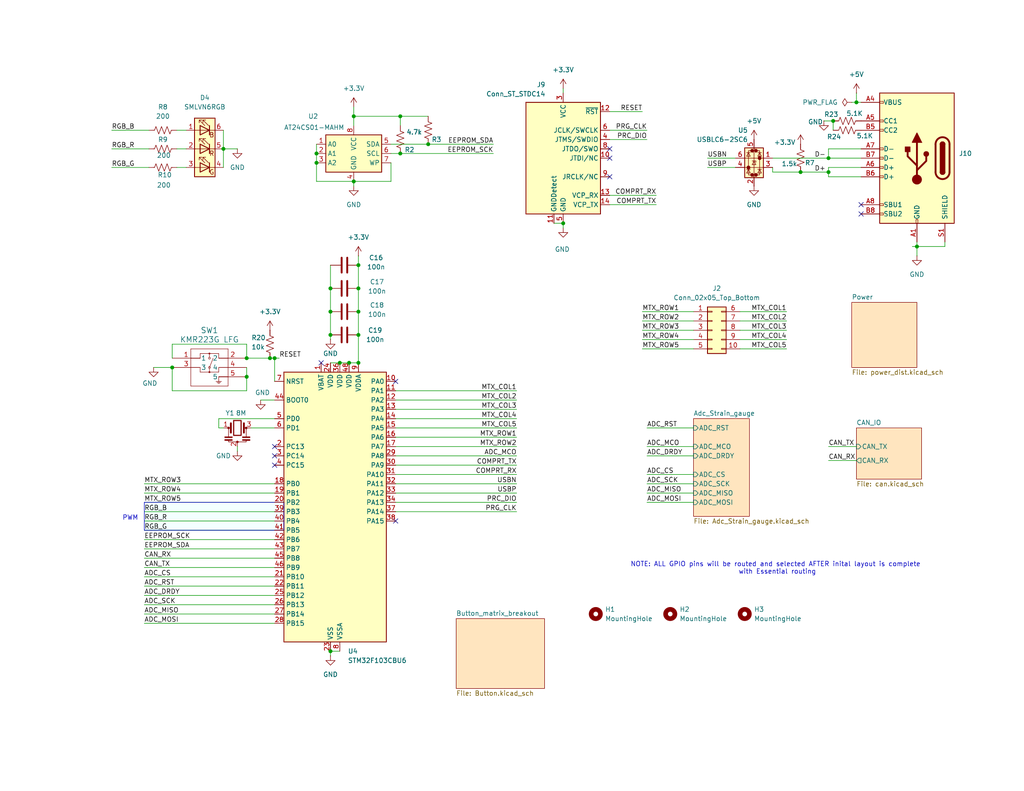
<source format=kicad_sch>
(kicad_sch (version 20250114) (generator "eeschema") (generator_version "9.0")
  (paper "USLetter")
  (title_block (title "Master ") (date "2025-08-20") (rev "Rev5") (company "University of Toronto Human Powered Vehicles"))
  (lib_symbols
    (symbol "Connector:Conn_ST_STDC14"
      (property "Reference" "J" (at -8.89 16.51 0))
      (property "Value" "Conn_ST_STDC14" (at 17.78 16.51 0))
      (symbol "Conn_ST_STDC14_0_1"
        (rectangle (start -10.16 15.24) (end 10.16 -15.24) (stroke (width 0.254)) (fill (type background)))
      )
      (symbol "Conn_ST_STDC14_1_1"
        (pin no_connect line (at -10.16 5.08 0) (length 2.54) (hide yes) (name "NC") (number "1"))
        (pin no_connect line (at -10.16 2.54 0) (length 2.54) (hide yes) (name "NC") (number "2"))
        (pin passive line (at -2.54 -17.78 90) (length 2.54) (name "GNDDetect") (number "11"))
        (pin power_in line (at 0 17.78 270) (length 2.54) (name "VCC") (number "3"))
        (pin power_in line (at 0 -17.78 90) (length 2.54) (name "GND") (number "5"))
        (pin passive line (at 0 -17.78 90) (length 2.54) (hide yes) (name "GND") (number "7"))
        (pin open_collector line (at 12.7 12.7 180) (length 2.54) (name "~{RST}") (number "12"))
        (pin output line (at 12.7 7.62 180) (length 2.54) (name "JCLK/SWCLK") (number "6"))
        (pin bidirectional line (at 12.7 5.08 180) (length 2.54) (name "JTMS/SWDIO") (number "4"))
        (pin input line (at 12.7 2.54 180) (length 2.54) (name "JTDO/SWO") (number "8"))
        (pin output line (at 12.7 0 180) (length 2.54) (name "JTDI/NC") (number "10"))
        (pin input line (at 12.7 -5.08 180) (length 2.54) (name "JRCLK/NC") (number "9"))
        (pin output line (at 12.7 -10.16 180) (length 2.54) (name "VCP_RX") (number "13"))
        (pin input line (at 12.7 -12.7 180) (length 2.54) (name "VCP_TX") (number "14"))
      )
    )
    (symbol "Connector:USB_C_Receptacle_USB2.0_16P" (pin_names (offset 1.016))
      (property "Reference" "J" (at 0 22.225 0))
      (property "Value" "USB_C_Receptacle_USB2.0_16P" (at 0 19.685 0))
      (symbol "USB_C_Receptacle_USB2.0_16P_0_0"
        (rectangle (start -0.254 -17.78) (end 0.254 -16.764))
        (rectangle (start 10.16 15.494) (end 9.144 14.986))
        (rectangle (start 10.16 10.414) (end 9.144 9.906))
        (rectangle (start 10.16 7.874) (end 9.144 7.366))
        (rectangle (start 10.16 2.794) (end 9.144 2.286))
        (rectangle (start 10.16 0.254) (end 9.144 -0.254))
        (rectangle (start 10.16 -2.286) (end 9.144 -2.794))
        (rectangle (start 10.16 -4.826) (end 9.144 -5.334))
        (rectangle (start 10.16 -12.446) (end 9.144 -12.954))
        (rectangle (start 10.16 -14.986) (end 9.144 -15.494))
      )
      (symbol "USB_C_Receptacle_USB2.0_16P_0_1"
        (rectangle (start -10.16 17.78) (end 10.16 -17.78) (stroke (width 0.254)) (fill (type background)))
        (polyline (pts (xy -8.89 -3.81) (xy -8.89 3.81)) (stroke (width 0.508)))
        (rectangle (start -7.62 -3.81) (end -6.35 3.81) (stroke (width 0.254)) (fill (type outline)))
        (arc (start -7.62 3.81) (mid -6.985 4.4423) (end -6.35 3.81) (stroke (width 0.254)))
        (arc (start -7.62 3.81) (mid -6.985 4.4423) (end -6.35 3.81) (stroke (width 0.254)) (fill (type outline)))
        (arc (start -8.89 3.81) (mid -6.985 5.7067) (end -5.08 3.81) (stroke (width 0.508)))
        (arc (start -5.08 -3.81) (mid -6.985 -5.7067) (end -8.89 -3.81) (stroke (width 0.508)))
        (arc (start -6.35 -3.81) (mid -6.985 -4.4423) (end -7.62 -3.81) (stroke (width 0.254)))
        (arc (start -6.35 -3.81) (mid -6.985 -4.4423) (end -7.62 -3.81) (stroke (width 0.254)) (fill (type outline)))
        (polyline (pts (xy -5.08 3.81) (xy -5.08 -3.81)) (stroke (width 0.508)))
        (circle (center -2.54 1.143) (radius 0.635) (stroke (width 0.254)) (fill (type outline)))
        (polyline (pts (xy -1.27 4.318) (xy 0 6.858) (xy 1.27 4.318) (xy -1.27 4.318)) (stroke (width 0.254)) (fill (type outline)))
        (polyline (pts (xy 0 -2.032) (xy 2.54 0.508) (xy 2.54 1.778)) (stroke (width 0.508)))
        (polyline (pts (xy 0 -3.302) (xy -2.54 -0.762) (xy -2.54 0.508)) (stroke (width 0.508)))
        (polyline (pts (xy 0 -5.842) (xy 0 4.318)) (stroke (width 0.508)))
        (circle (center 0 -5.842) (radius 1.27) (fill (type outline)))
        (rectangle (start 1.905 1.778) (end 3.175 3.048) (stroke (width 0.254)) (fill (type outline)))
      )
      (symbol "USB_C_Receptacle_USB2.0_16P_1_1"
        (pin passive line (at -7.62 -22.86 90) (length 5.08) (name "SHIELD") (number "S1"))
        (pin passive line (at 0 -22.86 90) (length 5.08) (name "GND") (number "A1"))
        (pin passive line (at 0 -22.86 90) (length 5.08) (hide yes) (name "GND") (number "A12"))
        (pin passive line (at 0 -22.86 90) (length 5.08) (hide yes) (name "GND") (number "B1"))
        (pin passive line (at 0 -22.86 90) (length 5.08) (hide yes) (name "GND") (number "B12"))
        (pin passive line (at 15.24 15.24 180) (length 5.08) (name "VBUS") (number "A4"))
        (pin passive line (at 15.24 15.24 180) (length 5.08) (hide yes) (name "VBUS") (number "A9"))
        (pin passive line (at 15.24 15.24 180) (length 5.08) (hide yes) (name "VBUS") (number "B4"))
        (pin passive line (at 15.24 15.24 180) (length 5.08) (hide yes) (name "VBUS") (number "B9"))
        (pin bidirectional line (at 15.24 10.16 180) (length 5.08) (name "CC1") (number "A5"))
        (pin bidirectional line (at 15.24 7.62 180) (length 5.08) (name "CC2") (number "B5"))
        (pin bidirectional line (at 15.24 2.54 180) (length 5.08) (name "D-") (number "A7"))
        (pin bidirectional line (at 15.24 0 180) (length 5.08) (name "D-") (number "B7"))
        (pin bidirectional line (at 15.24 -2.54 180) (length 5.08) (name "D+") (number "A6"))
        (pin bidirectional line (at 15.24 -5.08 180) (length 5.08) (name "D+") (number "B6"))
        (pin bidirectional line (at 15.24 -12.7 180) (length 5.08) (name "SBU1") (number "A8"))
        (pin bidirectional line (at 15.24 -15.24 180) (length 5.08) (name "SBU2") (number "B8"))
      )
    )
    (symbol "Connector_Generic:Conn_02x05_Top_Bottom" (pin_names (offset 1.016) (hide yes))
      (property "Reference" "J" (at 1.27 7.62 0))
      (property "Value" "Conn_02x05_Top_Bottom" (at 1.27 -7.62 0))
      (symbol "Conn_02x05_Top_Bottom_1_1"
        (rectangle (start -1.27 6.35) (end 3.81 -6.35) (stroke (width 0.254)) (fill (type background)))
        (rectangle (start -1.27 5.207) (end 0 4.953) (stroke (width 0.1524)))
        (rectangle (start -1.27 2.667) (end 0 2.413) (stroke (width 0.1524)))
        (rectangle (start -1.27 0.127) (end 0 -0.127) (stroke (width 0.1524)))
        (rectangle (start -1.27 -2.413) (end 0 -2.667) (stroke (width 0.1524)))
        (rectangle (start -1.27 -4.953) (end 0 -5.207) (stroke (width 0.1524)))
        (rectangle (start 3.81 5.207) (end 2.54 4.953) (stroke (width 0.1524)))
        (rectangle (start 3.81 2.667) (end 2.54 2.413) (stroke (width 0.1524)))
        (rectangle (start 3.81 0.127) (end 2.54 -0.127) (stroke (width 0.1524)))
        (rectangle (start 3.81 -2.413) (end 2.54 -2.667) (stroke (width 0.1524)))
        (rectangle (start 3.81 -4.953) (end 2.54 -5.207) (stroke (width 0.1524)))
        (pin passive line (at -5.08 5.08 0) (length 3.81) (name "Pin_1") (number "1"))
        (pin passive line (at -5.08 2.54 0) (length 3.81) (name "Pin_2") (number "2"))
        (pin passive line (at -5.08 0 0) (length 3.81) (name "Pin_3") (number "3"))
        (pin passive line (at -5.08 -2.54 0) (length 3.81) (name "Pin_4") (number "4"))
        (pin passive line (at -5.08 -5.08 0) (length 3.81) (name "Pin_5") (number "5"))
        (pin passive line (at 7.62 5.08 180) (length 3.81) (name "Pin_6") (number "6"))
        (pin passive line (at 7.62 2.54 180) (length 3.81) (name "Pin_7") (number "7"))
        (pin passive line (at 7.62 0 180) (length 3.81) (name "Pin_8") (number "8"))
        (pin passive line (at 7.62 -2.54 180) (length 3.81) (name "Pin_9") (number "9"))
        (pin passive line (at 7.62 -5.08 180) (length 3.81) (name "Pin_10") (number "10"))
      )
    )
    (symbol "Device:C" (pin_numbers (hide yes)) (pin_names (offset 0.254))
      (property "Reference" "C" (at 0.635 2.54 0))
      (property "Value" "C" (at 0.635 -2.54 0))
      (symbol "C_0_1"
        (polyline (pts (xy -2.032 0.762) (xy 2.032 0.762)) (stroke (width 0.508)))
        (polyline (pts (xy -2.032 -0.762) (xy 2.032 -0.762)) (stroke (width 0.508)))
      )
      (symbol "C_1_1"
        (pin passive line (at 0 3.81 270) (length 2.794) (name "~") (number "1"))
        (pin passive line (at 0 -3.81 90) (length 2.794) (name "~") (number "2"))
      )
    )
    (symbol "Device:R_US" (pin_numbers (hide yes)) (pin_names (offset 0))
      (property "Reference" "R" (at 2.54 0 90))
      (property "Value" "R_US" (at -2.54 0 90))
      (symbol "R_US_0_1"
        (polyline (pts (xy 0 2.286) (xy 0 2.54)))
        (polyline (pts (xy 0 2.286) (xy 1.016 1.905) (xy 0 1.524) (xy -1.016 1.143) (xy 0 0.762)))
        (polyline (pts (xy 0 0.762) (xy 1.016 0.381) (xy 0 0) (xy -1.016 -0.381) (xy 0 -0.762)))
        (polyline (pts (xy 0 -0.762) (xy 1.016 -1.143) (xy 0 -1.524) (xy -1.016 -1.905) (xy 0 -2.286)))
        (polyline (pts (xy 0 -2.286) (xy 0 -2.54)))
      )
      (symbol "R_US_1_1"
        (pin passive line (at 0 3.81 270) (length 1.27) (name "~") (number "1"))
        (pin passive line (at 0 -3.81 90) (length 1.27) (name "~") (number "2"))
      )
    )
    (symbol "Device:Resonator" (pin_names (offset 1.016) (hide yes))
      (property "Reference" "Y" (at 0 5.715 0))
      (property "Value" "Resonator" (at 0 3.81 0))
      (symbol "Resonator_0_1"
        (rectangle (start -3.429 -2.413) (end -1.397 -2.667) (fill (type outline)))
        (rectangle (start -3.429 -3.175) (end -1.397 -3.429) (fill (type outline)))
        (circle (center -2.413 0) (radius 0.254) (fill (type outline)))
        (polyline (pts (xy -2.413 -2.413) (xy -2.413 0)))
        (polyline (pts (xy -1.905 0) (xy -3.175 0)))
        (polyline (pts (xy -1.778 -1.27) (xy -1.778 1.27)) (stroke (width 0.508)))
        (rectangle (start -1.016 2.032) (end 1.016 -2.032) (stroke (width 0.3048)))
        (circle (center 0 -3.81) (radius 0.254) (fill (type outline)))
        (rectangle (start 1.397 -2.413) (end 3.429 -2.667) (fill (type outline)))
        (rectangle (start 1.397 -3.175) (end 3.429 -3.429) (fill (type outline)))
        (polyline (pts (xy 1.778 -1.27) (xy 1.778 1.27)) (stroke (width 0.508)))
        (polyline (pts (xy 1.905 0) (xy 2.54 0)))
        (polyline (pts (xy 2.413 0) (xy 2.413 -2.54)))
        (circle (center 2.413 0) (radius 0.254) (fill (type outline)))
        (polyline (pts (xy 2.413 -3.302) (xy 2.413 -3.81) (xy -2.413 -3.81) (xy -2.413 -3.302)))
      )
      (symbol "Resonator_1_1"
        (pin passive line (at -3.81 0 0) (length 1.27) (name "1") (number "1"))
        (pin passive line (at 0 -5.08 90) (length 1.27) (name "2") (number "2"))
        (pin passive line (at 3.81 0 180) (length 1.27) (name "3") (number "3"))
      )
    )
    (symbol "LED:SMLVN6RGB" (pin_names (offset 0) (hide yes))
      (property "Reference" "D" (at 0 12.7 0))
      (property "Value" "SMLVN6RGB" (at 0 10.16 0))
      (symbol "SMLVN6RGB_0_0"
        (text "B" (at 1.905 3.81 0) (effects (font (size 1.27 1.27))))
        (text "R" (at 1.905 -1.27 0) (effects (font (size 1.27 1.27))))
        (text "G" (at 1.905 -6.35 0) (effects (font (size 1.27 1.27))))
      )
      (symbol "SMLVN6RGB_0_1"
        (rectangle (start -2.794 8.382) (end 2.794 -7.62) (stroke (width 0.254)) (fill (type background)))
        (rectangle (start -1.27 6.35) (end -1.27 6.35))
        (polyline (pts (xy -1.27 6.35) (xy -1.27 3.81) (xy 1.27 5.08) (xy -1.27 6.35)) (stroke (width 0.254)))
        (polyline (pts (xy -1.27 5.08) (xy -2.54 5.08)))
        (rectangle (start -1.27 3.81) (end -1.27 6.35))
        (rectangle (start -1.27 1.27) (end -1.27 1.27))
        (polyline (pts (xy -1.27 1.27) (xy -1.27 -1.27) (xy 1.27 0) (xy -1.27 1.27)) (stroke (width 0.254)))
        (polyline (pts (xy -1.27 0) (xy -2.54 0)))
        (polyline (pts (xy -1.27 0) (xy 1.27 0)))
        (rectangle (start -1.27 -1.27) (end -1.27 1.27))
        (polyline (pts (xy -1.27 -3.81) (xy -1.27 -6.35) (xy 1.27 -5.08) (xy -1.27 -3.81)) (stroke (width 0.254)))
        (polyline (pts (xy -1.27 -5.08) (xy -2.54 -5.08)))
        (polyline (pts (xy 0 6.35) (xy -1.524 7.874) (xy -0.762 7.874) (xy -1.524 7.874) (xy -1.524 7.112)))
        (polyline (pts (xy 0 1.27) (xy -1.524 2.794) (xy -0.762 2.794) (xy -1.524 2.794) (xy -1.524 2.032)))
        (polyline (pts (xy 0 -3.81) (xy -1.524 -2.286) (xy -0.762 -2.286) (xy -1.524 -2.286) (xy -1.524 -3.048)))
        (polyline (pts (xy 1.016 6.35) (xy -0.508 7.874) (xy 0.254 7.874) (xy -0.508 7.874) (xy -0.508 7.112)))
        (polyline (pts (xy 1.016 1.27) (xy -0.508 2.794) (xy 0.254 2.794) (xy -0.508 2.794) (xy -0.508 2.032)))
        (polyline (pts (xy 1.016 -3.81) (xy -0.508 -2.286) (xy 0.254 -2.286) (xy -0.508 -2.286) (xy -0.508 -3.048)))
        (polyline (pts (xy 1.27 6.35) (xy 1.27 3.81)) (stroke (width 0.254)))
        (polyline (pts (xy 1.27 6.35) (xy 1.27 3.81) (xy 1.27 3.81)))
        (polyline (pts (xy 1.27 5.08) (xy -1.27 5.08)))
        (polyline (pts (xy 1.27 5.08) (xy 2.54 5.08)))
        (polyline (pts (xy 1.27 1.27) (xy 1.27 -1.27)) (stroke (width 0.254)))
        (polyline (pts (xy 1.27 1.27) (xy 1.27 -1.27) (xy 1.27 -1.27)))
        (polyline (pts (xy 1.27 0) (xy 2.54 0)))
        (polyline (pts (xy 1.27 -3.81) (xy 1.27 -6.35)) (stroke (width 0.254)))
        (polyline (pts (xy 1.27 -5.08) (xy -1.27 -5.08)))
        (polyline (pts (xy 1.27 -5.08) (xy 2.54 -5.08)))
      )
      (symbol "SMLVN6RGB_1_1"
        (pin passive line (at -5.08 5.08 0) (length 2.54) (name "BA") (number "1"))
        (pin passive line (at -5.08 0 0) (length 2.54) (name "RA") (number "2"))
        (pin passive line (at -5.08 -5.08 0) (length 2.54) (name "GA") (number "3"))
        (pin passive line (at 5.08 5.08 180) (length 2.54) (name "BK") (number "6"))
        (pin passive line (at 5.08 0 180) (length 2.54) (name "RK") (number "5"))
        (pin passive line (at 5.08 -5.08 180) (length 2.54) (name "GK") (number "4"))
      )
    )
    (symbol "MCU_ST_STM32F1:STM32F103CBUx"
      (property "Reference" "U" (at -12.7 39.37 0))
      (property "Value" "STM32F103CBUx" (at 10.16 39.37 0))
      (symbol "STM32F103CBUx_0_1"
        (rectangle (start -12.7 -35.56) (end 15.24 38.1) (stroke (width 0.254)) (fill (type background)))
      )
      (symbol "STM32F103CBUx_1_1"
        (pin input line (at -15.24 35.56 0) (length 2.54) (name "NRST") (number "7"))
        (pin input line (at -15.24 30.48 0) (length 2.54) (name "BOOT0") (number "44"))
        (pin bidirectional line (at -15.24 25.4 0) (length 2.54) (name "PD0") (number "5"))
        (pin bidirectional line (at -15.24 22.86 0) (length 2.54) (name "PD1") (number "6"))
        (pin bidirectional line (at -15.24 17.78 0) (length 2.54) (name "PC13") (number "2"))
        (pin bidirectional line (at -15.24 15.24 0) (length 2.54) (name "PC14") (number "3"))
        (pin bidirectional line (at -15.24 12.7 0) (length 2.54) (name "PC15") (number "4"))
        (pin bidirectional line (at -15.24 7.62 0) (length 2.54) (name "PB0") (number "18"))
        (pin bidirectional line (at -15.24 5.08 0) (length 2.54) (name "PB1") (number "19"))
        (pin bidirectional line (at -15.24 2.54 0) (length 2.54) (name "PB2") (number "20"))
        (pin bidirectional line (at -15.24 0 0) (length 2.54) (name "PB3") (number "39"))
        (pin bidirectional line (at -15.24 -2.54 0) (length 2.54) (name "PB4") (number "40"))
        (pin bidirectional line (at -15.24 -5.08 0) (length 2.54) (name "PB5") (number "41"))
        (pin bidirectional line (at -15.24 -7.62 0) (length 2.54) (name "PB6") (number "42"))
        (pin bidirectional line (at -15.24 -10.16 0) (length 2.54) (name "PB7") (number "43"))
        (pin bidirectional line (at -15.24 -12.7 0) (length 2.54) (name "PB8") (number "45"))
        (pin bidirectional line (at -15.24 -15.24 0) (length 2.54) (name "PB9") (number "46"))
        (pin bidirectional line (at -15.24 -17.78 0) (length 2.54) (name "PB10") (number "21"))
        (pin bidirectional line (at -15.24 -20.32 0) (length 2.54) (name "PB11") (number "22"))
        (pin bidirectional line (at -15.24 -22.86 0) (length 2.54) (name "PB12") (number "25"))
        (pin bidirectional line (at -15.24 -25.4 0) (length 2.54) (name "PB13") (number "26"))
        (pin bidirectional line (at -15.24 -27.94 0) (length 2.54) (name "PB14") (number "27"))
        (pin bidirectional line (at -15.24 -30.48 0) (length 2.54) (name "PB15") (number "28"))
        (pin power_in line (at -2.54 40.64 270) (length 2.54) (name "VBAT") (number "1"))
        (pin power_in line (at 0 40.64 270) (length 2.54) (name "VDD") (number "24"))
        (pin power_in line (at 0 -38.1 90) (length 2.54) (name "VSS") (number "23"))
        (pin passive line (at 0 -38.1 90) (length 2.54) (hide yes) (name "VSS") (number "35"))
        (pin passive line (at 0 -38.1 90) (length 2.54) (hide yes) (name "VSS") (number "47"))
        (pin passive line (at 0 -38.1 90) (length 2.54) (hide yes) (name "VSS") (number "49"))
        (pin power_in line (at 2.54 40.64 270) (length 2.54) (name "VDD") (number "36"))
        (pin power_in line (at 2.54 -38.1 90) (length 2.54) (name "VSSA") (number "8"))
        (pin power_in line (at 5.08 40.64 270) (length 2.54) (name "VDD") (number "48"))
        (pin power_in line (at 7.62 40.64 270) (length 2.54) (name "VDDA") (number "9"))
        (pin bidirectional line (at 17.78 35.56 180) (length 2.54) (name "PA0") (number "10"))
        (pin bidirectional line (at 17.78 33.02 180) (length 2.54) (name "PA1") (number "11"))
        (pin bidirectional line (at 17.78 30.48 180) (length 2.54) (name "PA2") (number "12"))
        (pin bidirectional line (at 17.78 27.94 180) (length 2.54) (name "PA3") (number "13"))
        (pin bidirectional line (at 17.78 25.4 180) (length 2.54) (name "PA4") (number "14"))
        (pin bidirectional line (at 17.78 22.86 180) (length 2.54) (name "PA5") (number "15"))
        (pin bidirectional line (at 17.78 20.32 180) (length 2.54) (name "PA6") (number "16"))
        (pin bidirectional line (at 17.78 17.78 180) (length 2.54) (name "PA7") (number "17"))
        (pin bidirectional line (at 17.78 15.24 180) (length 2.54) (name "PA8") (number "29"))
        (pin bidirectional line (at 17.78 12.7 180) (length 2.54) (name "PA9") (number "30"))
        (pin bidirectional line (at 17.78 10.16 180) (length 2.54) (name "PA10") (number "31"))
        (pin bidirectional line (at 17.78 7.62 180) (length 2.54) (name "PA11") (number "32"))
        (pin bidirectional line (at 17.78 5.08 180) (length 2.54) (name "PA12") (number "33"))
        (pin bidirectional line (at 17.78 2.54 180) (length 2.54) (name "PA13") (number "34"))
        (pin bidirectional line (at 17.78 0 180) (length 2.54) (name "PA14") (number "37"))
        (pin bidirectional line (at 17.78 -2.54 180) (length 2.54) (name "PA15") (number "38"))
      )
    )
    (symbol "Mechanical:MountingHole" (pin_names (offset 1.016)) (in_bom no)
      (property "Reference" "H" (at 0 5.08 0))
      (property "Value" "MountingHole" (at 0 3.175 0))
      (symbol "MountingHole_0_1"
        (circle (center 0 0) (radius 1.27) (stroke (width 1.27)))
      )
    )
    (symbol "Memory_EEPROM:AT24CS01-MAHM"
      (property "Reference" "U" (at -7.62 6.35 0))
      (property "Value" "AT24CS01-MAHM" (at 2.54 -6.35 0))
      (symbol "AT24CS01-MAHM_1_1"
        (rectangle (start -7.62 5.08) (end 7.62 -5.08) (stroke (width 0.254)) (fill (type background)))
        (pin input line (at -10.16 2.54 0) (length 2.54) (name "A0") (number "1"))
        (pin input line (at -10.16 0 0) (length 2.54) (name "A1") (number "2"))
        (pin input line (at -10.16 -2.54 0) (length 2.54) (name "A2") (number "3"))
        (pin power_in line (at 0 7.62 270) (length 2.54) (name "VCC") (number "8"))
        (pin power_in line (at 0 -7.62 90) (length 2.54) (name "GND") (number "4"))
        (pin passive line (at 0 -7.62 90) (length 2.54) (hide yes) (name "GND") (number "9"))
        (pin bidirectional line (at 10.16 2.54 180) (length 2.54) (name "SDA") (number "5"))
        (pin input line (at 10.16 0 180) (length 2.54) (name "SCL") (number "6"))
        (pin input line (at 10.16 -2.54 180) (length 2.54) (name "WP") (number "7"))
      )
    )
    (symbol "Power_Protection:USBLC6-2SC6" (pin_names (hide yes))
      (property "Reference" "U" (at 0.635 5.715 0))
      (property "Value" "USBLC6-2SC6" (at 0.635 3.81 0))
      (symbol "USBLC6-2SC6_0_0"
        (circle (center -1.524 0) (radius 0.0001) (stroke (width 0.508)))
        (circle (center -0.508 2.032) (radius 0.0001) (stroke (width 0.508)))
        (circle (center -0.508 -4.572) (radius 0.0001) (stroke (width 0.508)))
        (circle (center 0.508 2.032) (radius 0.0001) (stroke (width 0.508)))
        (circle (center 0.508 -4.572) (radius 0.0001) (stroke (width 0.508)))
        (circle (center 1.524 -2.54) (radius 0.0001) (stroke (width 0.508)))
      )
      (symbol "USBLC6-2SC6_0_1"
        (polyline (pts (xy -2.54 0) (xy 2.54 0)))
        (polyline (pts (xy -2.54 -2.54) (xy 2.54 -2.54)))
        (polyline (pts (xy -2.032 0.508) (xy -1.016 0.508) (xy -1.524 1.524) (xy -2.032 0.508)))
        (polyline (pts (xy -2.032 -3.048) (xy -1.016 -3.048)))
        (polyline (pts (xy -1.016 1.524) (xy -2.032 1.524)))
        (polyline (pts (xy -1.016 -4.064) (xy -2.032 -4.064) (xy -1.524 -3.048) (xy -1.016 -4.064)))
        (polyline (pts (xy -0.508 -1.143) (xy -0.508 -0.762) (xy 0.508 -0.762)))
        (polyline (pts (xy 0 2.54) (xy -0.508 2.032) (xy 0.508 2.032) (xy 0 1.524) (xy 0 -4.064) (xy -0.508 -4.572) (xy 0.508 -4.572) (xy 0 -5.08)))
        (polyline (pts (xy 0.508 -1.778) (xy -0.508 -1.778) (xy 0 -0.762) (xy 0.508 -1.778)))
        (polyline (pts (xy 1.016 1.524) (xy 2.032 1.524)))
        (polyline (pts (xy 1.016 -3.048) (xy 2.032 -3.048)))
        (polyline (pts (xy 2.032 0.508) (xy 1.016 0.508) (xy 1.524 1.524) (xy 2.032 0.508)))
        (polyline (pts (xy 2.032 -4.064) (xy 1.016 -4.064) (xy 1.524 -3.048) (xy 2.032 -4.064)))
      )
      (symbol "USBLC6-2SC6_1_1"
        (rectangle (start -2.54 2.794) (end 2.54 -5.334) (stroke (width 0.254)) (fill (type background)))
        (polyline (pts (xy -0.508 2.032) (xy -1.524 2.032) (xy -1.524 -4.572) (xy -0.508 -4.572)))
        (polyline (pts (xy 0.508 -4.572) (xy 1.524 -4.572) (xy 1.524 2.032) (xy 0.508 2.032)))
        (pin passive line (at -5.08 0 0) (length 2.54) (name "I/O1") (number "1"))
        (pin passive line (at -5.08 -2.54 0) (length 2.54) (name "I/O2") (number "3"))
        (pin passive line (at 0 5.08 270) (length 2.54) (name "VBUS") (number "5"))
        (pin passive line (at 0 -7.62 90) (length 2.54) (name "GND") (number "2"))
        (pin passive line (at 5.08 0 180) (length 2.54) (name "I/O1") (number "6"))
        (pin passive line (at 5.08 -2.54 180) (length 2.54) (name "I/O2") (number "4"))
      )
    )
    (symbol "flight_stick:KMR223G_LFG" (pin_names (offset 0.254))
      (property "Reference" "SW" (at 12.7 7.62 0))
      (property "Value" "KMR223G LFG" (at 12.7 5.08 0))
      (symbol "KMR223G_LFG_0_1"
        (polyline (pts (xy 7.62 2.54) (xy 7.62 -7.62)) (stroke (width 0.127)))
        (polyline (pts (xy 7.62 0) (xy 10.16 0)) (stroke (width 0.127)))
        (polyline (pts (xy 7.62 -7.62) (xy 17.78 -7.62)) (stroke (width 0.127)))
        (polyline (pts (xy 10.16 1.27) (xy 15.24 1.27)) (stroke (width 0.127)))
        (polyline (pts (xy 10.16 0) (xy 10.16 1.27)) (stroke (width 0.127)))
        (polyline (pts (xy 10.16 -2.54) (xy 7.62 -2.54)) (stroke (width 0.127)))
        (polyline (pts (xy 10.16 -3.81) (xy 10.16 -2.54)) (stroke (width 0.127)))
        (polyline (pts (xy 12.7 1.27) (xy 12.7 0.254)) (stroke (width 0.127)))
        (circle (center 12.7 1.27) (radius 0.127) (stroke (width 0.254)))
        (circle (center 12.7 0) (radius 0.254) (stroke (width 0.127)))
        (circle (center 12.7 -2.54) (radius 0.254) (stroke (width 0.127)))
        (polyline (pts (xy 12.7 -2.794) (xy 12.7 -3.81)) (stroke (width 0.127)))
        (circle (center 12.7 -3.81) (radius 0.127) (stroke (width 0.254)))
        (polyline (pts (xy 13.716 0) (xy 12.7 -2.54)) (stroke (width 0.127)))
        (polyline (pts (xy 14.478 -6.35) (xy 16.002 -6.35)) (stroke (width 0.127)))
        (polyline (pts (xy 14.986 -6.858) (xy 15.494 -6.858)) (stroke (width 0.127)))
        (polyline (pts (xy 15.24 1.27) (xy 15.24 0)) (stroke (width 0.127)))
        (polyline (pts (xy 15.24 0) (xy 17.78 0)) (stroke (width 0.127)))
        (polyline (pts (xy 15.24 -2.54) (xy 15.24 -3.81)) (stroke (width 0.127)))
        (polyline (pts (xy 15.24 -3.81) (xy 10.16 -3.81)) (stroke (width 0.127)))
        (polyline (pts (xy 15.24 -5.08) (xy 15.24 -6.35)) (stroke (width 0.127)))
        (polyline (pts (xy 15.748 -6.604) (xy 14.732 -6.604)) (stroke (width 0.127)))
        (polyline (pts (xy 17.78 2.54) (xy 7.62 2.54)) (stroke (width 0.127)))
        (polyline (pts (xy 17.78 -2.54) (xy 15.24 -2.54)) (stroke (width 0.127)))
        (polyline (pts (xy 17.78 -5.08) (xy 15.24 -5.08)) (stroke (width 0.127)))
        (polyline (pts (xy 17.78 -7.62) (xy 17.78 2.54)) (stroke (width 0.127)))
        (pin unspecified line (at 2.54 0 0) (length 7.62) (name "1") (number "1"))
        (pin unspecified line (at 2.54 -2.54 0) (length 7.62) (name "3") (number "3"))
        (pin unspecified line (at 22.86 0 180) (length 7.62) (name "2") (number "2"))
        (pin unspecified line (at 22.86 -2.54 180) (length 7.62) (name "4") (number "4"))
        (pin unspecified line (at 22.86 -5.08 180) (length 7.62) (name "5") (number "5"))
      )
    )
    (symbol "power:+3.3V" (power) (pin_numbers (hide yes)) (pin_names (offset 0) (hide yes))
      (property "Value" "+3.3V" (at 0 3.556 0))
      (symbol "+3.3V_0_1"
        (polyline (pts (xy -0.762 1.27) (xy 0 2.54)))
        (polyline (pts (xy 0 2.54) (xy 0.762 1.27)))
        (polyline (pts (xy 0 0) (xy 0 2.54)))
      )
      (symbol "+3.3V_1_1"
        (pin power_in line (at 0 0 90) (length 0) (name "~") (number "1"))
      )
    )
    (symbol "power:+5V" (power) (pin_numbers (hide yes)) (pin_names (offset 0) (hide yes))
      (property "Value" "+5V" (at 0 3.556 0))
      (symbol "+5V_0_1"
        (polyline (pts (xy -0.762 1.27) (xy 0 2.54)))
        (polyline (pts (xy 0 2.54) (xy 0.762 1.27)))
        (polyline (pts (xy 0 0) (xy 0 2.54)))
      )
      (symbol "+5V_1_1"
        (pin power_in line (at 0 0 90) (length 0) (name "~") (number "1"))
      )
    )
    (symbol "power:GND" (power) (pin_numbers (hide yes)) (pin_names (offset 0) (hide yes))
      (property "Value" "GND" (at 0 -3.81 0))
      (symbol "GND_0_1"
        (polyline (pts (xy 0 0) (xy 0 -1.27) (xy 1.27 -1.27) (xy 0 -2.54) (xy -1.27 -1.27) (xy 0 -1.27)))
      )
      (symbol "GND_1_1"
        (pin power_in line (at 0 0 270) (length 0) (name "~") (number "1"))
      )
    )
    (symbol "power:PWR_FLAG" (power) (pin_numbers (hide yes)) (pin_names (offset 0) (hide yes))
      (property "Value" "PWR_FLAG" (at 0 3.81 0))
      (symbol "PWR_FLAG_0_0"
        (pin power_out line (at 0 0 90) (length 0) (name "~") (number "1"))
      )
      (symbol "PWR_FLAG_0_1"
        (polyline (pts (xy 0 0) (xy 0 1.27) (xy -1.016 1.905) (xy 0 2.54) (xy 1.016 1.905) (xy 0 1.27)))
      )
    )
  )
  (rectangle (start 39.37 137.16) (end 77.47 144.78) (fill (type color) (color 175 251 255 0.16)))
  (text "NOTE: ALL GPIO pins will be routed and selected AFTER inital layout is complete \nwith Essential routing" (at 212.09 155.194 0) (effects (font (size 1.27 1.27))))
  (text "PWM" (at 35.56 141.478 0) (effects (font (size 1.27 1.27))))
  (junction (at 46.99 100.33))
  (junction (at 60.96 40.64))
  (junction (at 227.33 33.02))
  (junction (at 97.79 78.74))
  (junction (at 90.17 85.09))
  (junction (at 92.71 99.06))
  (junction (at 67.31 97.79))
  (junction (at 97.79 99.06))
  (junction (at 90.17 78.74))
  (junction (at 153.67 60.96))
  (junction (at 109.22 41.91))
  (junction (at 218.44 46.99))
  (junction (at 67.31 102.87))
  (junction (at 226.06 46.99))
  (junction (at 86.36 41.91))
  (junction (at 226.06 43.18))
  (junction (at 96.52 49.53))
  (junction (at 109.22 31.75))
  (junction (at 233.68 27.94))
  (junction (at 97.79 72.39))
  (junction (at 74.93 97.79))
  (junction (at 73.66 97.79))
  (junction (at 116.84 39.37))
  (junction (at 96.52 31.75))
  (junction (at 97.79 91.44))
  (junction (at 90.17 177.8))
  (junction (at 95.25 99.06))
  (junction (at 97.79 85.09))
  (junction (at 90.17 91.44))
  (junction (at 86.36 44.45))
  (junction (at 250.19 67.31))
  (no_connect (at 166.37 48.26))
  (no_connect (at 74.93 121.92))
  (no_connect (at 166.37 40.64))
  (no_connect (at 87.63 99.06))
  (no_connect (at 74.93 124.46))
  (no_connect (at 107.95 142.24))
  (no_connect (at 166.37 43.18))
  (no_connect (at 107.95 104.14))
  (no_connect (at 74.93 127))
  (no_connect (at 234.95 58.42))
  (no_connect (at 234.95 55.88))
  (wire (pts (xy 176.53 116.84) (xy 189.23 116.84)))
  (wire (pts (xy 74.93 97.79) (xy 74.93 104.14)))
  (wire (pts (xy 176.53 35.56) (xy 166.37 35.56)))
  (wire (pts (xy 46.99 93.98) (xy 67.31 93.98)))
  (wire (pts (xy 97.79 85.09) (xy 97.79 91.44)))
  (wire (pts (xy 96.52 31.75) (xy 96.52 34.29)))
  (wire (pts (xy 224.79 33.02) (xy 227.33 33.02)))
  (wire (pts (xy 46.99 97.79) (xy 46.99 93.98)))
  (wire (pts (xy 193.04 43.18) (xy 200.66 43.18)))
  (wire (pts (xy 250.19 66.04) (xy 250.19 67.31)))
  (wire (pts (xy 175.26 92.71) (xy 189.23 92.71)))
  (wire (pts (xy 39.37 144.78) (xy 74.93 144.78)))
  (wire (pts (xy 234.95 43.18) (xy 226.06 43.18)))
  (wire (pts (xy 39.37 152.4) (xy 74.93 152.4)))
  (wire (pts (xy 39.37 157.48) (xy 74.93 157.48)))
  (wire (pts (xy 39.37 147.32) (xy 74.93 147.32)))
  (wire (pts (xy 67.31 102.87) (xy 67.31 106.68)))
  (wire (pts (xy 86.36 39.37) (xy 86.36 41.91)))
  (wire (pts (xy 48.26 40.64) (xy 50.8 40.64)))
  (wire (pts (xy 95.25 99.06) (xy 97.79 99.06)))
  (wire (pts (xy 226.06 121.92) (xy 233.68 121.92)))
  (wire (pts (xy 257.81 66.04) (xy 257.81 67.31)))
  (wire (pts (xy 176.53 121.92) (xy 189.23 121.92)))
  (wire (pts (xy 250.19 69.85) (xy 250.19 67.31)))
  (wire (pts (xy 107.95 106.68) (xy 140.97 106.68)))
  (wire (pts (xy 153.67 60.96) (xy 153.67 62.23)))
  (wire (pts (xy 179.07 55.88) (xy 166.37 55.88)))
  (wire (pts (xy 176.53 38.1) (xy 166.37 38.1)))
  (wire (pts (xy 96.52 31.75) (xy 109.22 31.75)))
  (wire (pts (xy 41.91 100.33) (xy 46.99 100.33)))
  (wire (pts (xy 73.66 97.79) (xy 74.93 97.79)))
  (wire (pts (xy 39.37 167.64) (xy 74.93 167.64)))
  (wire (pts (xy 233.68 27.94) (xy 233.68 25.4)))
  (wire (pts (xy 210.82 43.18) (xy 226.06 43.18)))
  (wire (pts (xy 233.68 27.94) (xy 234.95 27.94)))
  (wire (pts (xy 60.96 40.64) (xy 64.77 40.64)))
  (wire (pts (xy 67.31 100.33) (xy 67.31 102.87)))
  (wire (pts (xy 257.81 67.31) (xy 250.19 67.31)))
  (wire (pts (xy 193.04 45.72) (xy 200.66 45.72)))
  (wire (pts (xy 214.63 90.17) (xy 201.93 90.17)))
  (wire (pts (xy 74.93 97.79) (xy 76.2 97.79)))
  (wire (pts (xy 210.82 46.99) (xy 218.44 46.99)))
  (wire (pts (xy 39.37 154.94) (xy 74.93 154.94)))
  (wire (pts (xy 176.53 132.08) (xy 189.23 132.08)))
  (wire (pts (xy 39.37 149.86) (xy 74.93 149.86)))
  (wire (pts (xy 71.12 109.22) (xy 74.93 109.22)))
  (wire (pts (xy 39.37 162.56) (xy 74.93 162.56)))
  (wire (pts (xy 106.68 39.37) (xy 116.84 39.37)))
  (wire (pts (xy 226.06 48.26) (xy 234.95 48.26)))
  (wire (pts (xy 107.95 134.62) (xy 140.97 134.62)))
  (wire (pts (xy 92.71 99.06) (xy 95.25 99.06)))
  (wire (pts (xy 86.36 41.91) (xy 86.36 44.45)))
  (wire (pts (xy 176.53 134.62) (xy 189.23 134.62)))
  (wire (pts (xy 214.63 92.71) (xy 201.93 92.71)))
  (wire (pts (xy 107.95 132.08) (xy 140.97 132.08)))
  (wire (pts (xy 39.37 142.24) (xy 74.93 142.24)))
  (wire (pts (xy 90.17 85.09) (xy 90.17 91.44)))
  (wire (pts (xy 218.44 46.99) (xy 226.06 46.99)))
  (wire (pts (xy 30.48 45.72) (xy 40.64 45.72)))
  (wire (pts (xy 107.95 139.7) (xy 140.97 139.7)))
  (wire (pts (xy 39.37 139.7) (xy 74.93 139.7)))
  (wire (pts (xy 97.79 91.44) (xy 97.79 99.06)))
  (wire (pts (xy 107.95 111.76) (xy 140.97 111.76)))
  (wire (pts (xy 226.06 45.72) (xy 226.06 46.99)))
  (wire (pts (xy 201.93 95.25) (xy 214.63 95.25)))
  (wire (pts (xy 59.69 114.3) (xy 74.93 114.3)))
  (wire (pts (xy 39.37 165.1) (xy 74.93 165.1)))
  (wire (pts (xy 97.79 69.85) (xy 97.79 72.39)))
  (wire (pts (xy 39.37 132.08) (xy 74.93 132.08)))
  (wire (pts (xy 106.68 44.45) (xy 106.68 49.53)))
  (wire (pts (xy 39.37 137.16) (xy 74.93 137.16)))
  (wire (pts (xy 107.95 114.3) (xy 140.97 114.3)))
  (wire (pts (xy 64.77 123.19) (xy 64.77 121.92)))
  (wire (pts (xy 97.79 72.39) (xy 97.79 78.74)))
  (wire (pts (xy 90.17 99.06) (xy 92.71 99.06)))
  (wire (pts (xy 175.26 95.25) (xy 189.23 95.25)))
  (wire (pts (xy 106.68 41.91) (xy 109.22 41.91)))
  (wire (pts (xy 176.53 124.46) (xy 189.23 124.46)))
  (wire (pts (xy 214.63 87.63) (xy 201.93 87.63)))
  (wire (pts (xy 227.33 33.02) (xy 227.33 35.56)))
  (wire (pts (xy 39.37 160.02) (xy 74.93 160.02)))
  (wire (pts (xy 210.82 45.72) (xy 210.82 46.99)))
  (wire (pts (xy 97.79 78.74) (xy 97.79 85.09)))
  (wire (pts (xy 67.31 97.79) (xy 73.66 97.79)))
  (wire (pts (xy 68.58 116.84) (xy 74.93 116.84)))
  (wire (pts (xy 48.26 45.72) (xy 50.8 45.72)))
  (wire (pts (xy 175.26 85.09) (xy 189.23 85.09)))
  (wire (pts (xy 232.41 27.94) (xy 233.68 27.94)))
  (wire (pts (xy 226.06 40.64) (xy 234.95 40.64)))
  (wire (pts (xy 30.48 35.56) (xy 40.64 35.56)))
  (wire (pts (xy 39.37 134.62) (xy 74.93 134.62)))
  (wire (pts (xy 90.17 78.74) (xy 90.17 85.09)))
  (wire (pts (xy 214.63 85.09) (xy 201.93 85.09)))
  (wire (pts (xy 46.99 106.68) (xy 46.99 100.33)))
  (wire (pts (xy 179.07 53.34) (xy 166.37 53.34)))
  (wire (pts (xy 175.26 87.63) (xy 189.23 87.63)))
  (wire (pts (xy 60.96 35.56) (xy 60.96 40.64)))
  (wire (pts (xy 90.17 177.8) (xy 92.71 177.8)))
  (wire (pts (xy 176.53 129.54) (xy 189.23 129.54)))
  (wire (pts (xy 96.52 49.53) (xy 86.36 49.53)))
  (wire (pts (xy 248.92 67.31) (xy 250.19 67.31)))
  (wire (pts (xy 67.31 106.68) (xy 46.99 106.68)))
  (wire (pts (xy 226.06 48.26) (xy 226.06 46.99)))
  (wire (pts (xy 48.26 35.56) (xy 50.8 35.56)))
  (wire (pts (xy 109.22 31.75) (xy 116.84 31.75)))
  (wire (pts (xy 67.31 93.98) (xy 67.31 97.79)))
  (wire (pts (xy 107.95 121.92) (xy 140.97 121.92)))
  (wire (pts (xy 226.06 125.73) (xy 233.68 125.73)))
  (wire (pts (xy 30.48 40.64) (xy 40.64 40.64)))
  (wire (pts (xy 107.95 119.38) (xy 140.97 119.38)))
  (wire (pts (xy 60.96 40.64) (xy 60.96 45.72)))
  (wire (pts (xy 107.95 124.46) (xy 140.97 124.46)))
  (wire (pts (xy 106.68 49.53) (xy 96.52 49.53)))
  (wire (pts (xy 59.69 114.3) (xy 59.69 116.84)))
  (wire (pts (xy 59.69 116.84) (xy 60.96 116.84)))
  (wire (pts (xy 151.13 60.96) (xy 153.67 60.96)))
  (wire (pts (xy 107.95 127) (xy 140.97 127)))
  (wire (pts (xy 226.06 40.64) (xy 226.06 43.18)))
  (wire (pts (xy 176.53 137.16) (xy 189.23 137.16)))
  (wire (pts (xy 107.95 129.54) (xy 140.97 129.54)))
  (wire (pts (xy 175.26 30.48) (xy 166.37 30.48)))
  (wire (pts (xy 153.67 24.13) (xy 153.67 25.4)))
  (wire (pts (xy 107.95 109.22) (xy 140.97 109.22)))
  (wire (pts (xy 90.17 72.39) (xy 90.17 78.74)))
  (wire (pts (xy 96.52 50.8) (xy 96.52 49.53)))
  (wire (pts (xy 107.95 116.84) (xy 140.97 116.84)))
  (wire (pts (xy 90.17 179.07) (xy 90.17 177.8)))
  (wire (pts (xy 90.17 91.44) (xy 90.17 92.71)))
  (wire (pts (xy 226.06 45.72) (xy 234.95 45.72)))
  (wire (pts (xy 175.26 90.17) (xy 189.23 90.17)))
  (wire (pts (xy 39.37 170.18) (xy 74.93 170.18)))
  (wire (pts (xy 86.36 49.53) (xy 86.36 44.45)))
  (wire (pts (xy 116.84 39.37) (xy 134.62 39.37)))
  (wire (pts (xy 109.22 41.91) (xy 134.62 41.91)))
  (wire (pts (xy 107.95 137.16) (xy 140.97 137.16)))
  (wire (pts (xy 109.22 31.75) (xy 109.22 34.29)))
  (wire (pts (xy 96.52 29.21) (xy 96.52 31.75)))
  (label "RESET" (at 175.26 30.48 180))
  (label "COMPRT_TX" (at 140.97 127 180))
  (label "MTX_COL5" (at 214.63 95.25 180))
  (label "RGB_B" (at 39.37 139.7 0))
  (label "D-" (at 222.25 43.18 0))
  (label "MTX_COL3" (at 140.97 111.76 180))
  (label "USBN" (at 193.04 43.18 0))
  (label "MTX_ROW3" (at 175.26 90.17 0))
  (label "EEPROM_SCK" (at 134.62 41.91 180))
  (label "ADC_MOSI" (at 176.53 137.16 0))
  (label "EEPROM_SDA" (at 39.37 149.86 0))
  (label "MTX_COL5" (at 140.97 116.84 180))
  (label "MTX_ROW2" (at 140.97 121.92 180))
  (label "MTX_COL3" (at 214.63 90.17 180))
  (label "CAN_RX" (at 39.37 152.4 0))
  (label "ADC_MOSI" (at 39.37 170.18 0))
  (label "EEPROM_SDA" (at 134.62 39.37 180))
  (label "MTX_ROW1" (at 140.97 119.38 180))
  (label "D+" (at 222.25 46.99 0))
  (label "MTX_COL2" (at 214.63 87.63 180))
  (label "MTX_COL4" (at 214.63 92.71 180))
  (label "MTX_COL1" (at 214.63 85.09 180))
  (label "ADC_MISO" (at 39.37 167.64 0))
  (label "MTX_ROW4" (at 39.37 134.62 0))
  (label "COMPRT_TX" (at 179.07 55.88 180))
  (label "ADC_CS" (at 39.37 157.48 0))
  (label "RGB_G" (at 39.37 144.78 0))
  (label "CAN_TX" (at 39.37 154.94 0))
  (label "ADC_MCO" (at 176.53 121.92 0))
  (label "RGB_R" (at 30.48 40.64 0))
  (label "MTX_ROW2" (at 175.26 87.63 0))
  (label "ADC_CS" (at 176.53 129.54 0))
  (label "ADC_RST" (at 176.53 116.84 0))
  (label "ADC_RST" (at 39.37 160.02 0))
  (label "ADC_SCK" (at 39.37 165.1 0))
  (label "ADC_MCO" (at 140.97 124.46 180))
  (label "USBP" (at 193.04 45.72 0))
  (label "USBN" (at 140.97 132.08 180))
  (label "MTX_ROW4" (at 175.26 92.71 0))
  (label "MTX_COL1" (at 140.97 106.68 180))
  (label "RESET" (at 76.2 97.79 0))
  (label "MTX_ROW5" (at 39.37 137.16 0))
  (label "MTX_COL2" (at 140.97 109.22 180))
  (label "MTX_COL4" (at 140.97 114.3 180))
  (label "COMPRT_RX" (at 179.07 53.34 180))
  (label "MTX_ROW5" (at 175.26 95.25 0))
  (label "RGB_G" (at 30.48 45.72 0))
  (label "MTX_ROW1" (at 175.26 85.09 0))
  (label "CAN_TX" (at 226.06 121.92 0))
  (label "ADC_MISO" (at 176.53 134.62 0))
  (label "USBP" (at 140.97 134.62 180))
  (label "EEPROM_SCK" (at 39.37 147.32 0))
  (label "COMPRT_RX" (at 140.97 129.54 180))
  (label "PRC_DIO" (at 140.97 137.16 180))
  (label "ADC_DRDY" (at 39.37 162.56 0))
  (label "ADC_DRDY" (at 176.53 124.46 0))
  (label "PRG_CLK" (at 176.53 35.56 180))
  (label "RGB_B" (at 30.48 35.56 0))
  (label "MTX_ROW3" (at 39.37 132.08 0))
  (label "RGB_R" (at 39.37 142.24 0))
  (label "PRC_DIO" (at 176.53 38.1 180))
  (label "PRG_CLK" (at 140.97 139.7 180))
  (label "CAN_RX" (at 226.06 125.73 0))
  (label "ADC_SCK" (at 176.53 132.08 0))
  (symbol (lib_id "power:+5V") (at 233.68 25.4 0) (unit 1)
    (property "Reference" "#PWR038" (effects (hide yes)))
    (property "Value" "+5V" (at 233.68 20.32 0))
    (property "Description" "Power symbol creates a global label with name \"+5V\"" (effects (hide yes)))
  )
  (symbol (lib_id "MCU_ST_STM32F1:STM32F103CBUx") (at 90.17 139.7 0) (unit 1)
    (property "Reference" "U4" (at 94.9041 177.8 0) (effects (justify left)))
    (property "Value" "STM32F103CBU6" (at 94.9041 180.34 0) (effects (justify left)))
    (property "Footprint" "Package_DFN_QFN:QFN-48-1EP_7x7mm_P0.5mm_EP5.6x5.6mm" (effects (hide yes)))
    (property "Datasheet" "https://www.st.com/resource/en/datasheet/stm32f103cb.pdf" (effects (hide yes)))
    (property "Description" "STMicroelectronics Arm Cortex-M3 MCU, 128KB flash, 20KB RAM, 72 MHz, 2.0-3.6V, 37 GPIO, UFQFPN48" (effects (hide yes)))
    (property "LCSC" "C55506" (effects (hide yes)))
  )
  (symbol (lib_id "power:GND") (at 90.17 179.07 0) (unit 1)
    (property "Reference" "#PWR029" (effects (hide yes)))
    (property "Value" "GND" (at 90.17 184.15 0))
    (property "Description" "Power symbol creates a global label with name \"GND\" , ground" (effects (hide yes)))
  )
  (symbol (lib_id "power:+3.3V") (at 96.52 29.21 0) (unit 1)
    (property "Reference" "#PWR020" (effects (hide yes)))
    (property "Value" "+3.3V" (at 96.52 24.13 0))
    (property "Description" "Power symbol creates a global label with name \"+3.3V\"" (effects (hide yes)))
  )
  (symbol (lib_id "power:GND") (at 41.91 100.33 0) (unit 1)
    (property "Reference" "#PWR022" (effects (hide yes)))
    (property "Value" "GND" (at 40.894 104.648 0))
    (property "Description" "Power symbol creates a global label with name \"GND\" , ground" (effects (hide yes)))
  )
  (symbol (lib_id "power:+3.3V") (at 73.66 90.17 0) (unit 1)
    (property "Reference" "#PWR027" (effects (hide yes)))
    (property "Value" "+3.3V" (at 73.66 85.09 0))
    (property "Description" "Power symbol creates a global label with name \"+3.3V\"" (effects (hide yes)))
  )
  (symbol (lib_id "Mechanical:MountingHole") (at 162.56 167.64 0) (unit 1) (in_bom no)
    (property "Reference" "H1" (at 165.1 166.3699 0) (effects (justify left)))
    (property "Value" "MountingHole" (at 165.1 168.9099 0) (effects (justify left)))
    (property "Footprint" "MountingHole:MountingHole_3.2mm_M3" (effects (hide yes)))
    (property "Description" "Mounting Hole without connection" (effects (hide yes)))
  )
  (symbol (lib_id "power:+3.3V") (at 153.67 24.13 0) (unit 1)
    (property "Reference" "#PWR036" (effects (hide yes)))
    (property "Value" "+3.3V" (at 153.67 19.05 0))
    (property "Description" "Power symbol creates a global label with name \"+3.3V\"" (effects (hide yes)))
  )
  (symbol (lib_id "power:GND") (at 250.19 69.85 0) (mirror y) (unit 1)
    (property "Reference" "#PWR040" (effects (hide yes)))
    (property "Value" "GND" (at 250.19 74.93 0))
    (property "Description" "Power symbol creates a global label with name \"GND\" , ground" (effects (hide yes)))
  )
  (symbol (lib_id "flight_stick:KMR223G_LFG") (at 44.45 97.79 0) (unit 1)
    (property "Reference" "SW1" (at 57.15 90.17 0) (effects (font (size 1.524 1.524))))
    (property "Value" "KMR223G LFG" (at 57.15 92.71 0) (effects (font (size 1.524 1.524))))
    (property "Footprint" "flight_stick_footprints:KMR2_G_CNK" (effects (hide yes)))
    (property "Datasheet" "KMR223G LFG" (effects (hide yes)))
    (property "LCSC" "C221678" (effects (hide yes)))
  )
  (symbol (lib_id "power:GND") (at 71.12 109.22 0) (unit 1)
    (property "Reference" "#PWR03" (effects (hide yes)))
    (property "Value" "GND" (at 71.628 107.188 0))
    (property "Description" "Power symbol creates a global label with name \"GND\" , ground" (effects (hide yes)))
  )
  (symbol (lib_id "Mechanical:MountingHole") (at 182.88 167.64 0) (unit 1) (in_bom no)
    (property "Reference" "H2" (at 185.42 166.3699 0) (effects (justify left)))
    (property "Value" "MountingHole" (at 185.42 168.9099 0) (effects (justify left)))
    (property "Footprint" "MountingHole:MountingHole_3.2mm_M3" (effects (hide yes)))
    (property "Description" "Mounting Hole without connection" (effects (hide yes)))
  )
  (symbol (lib_id "Device:R_US") (at 73.66 93.98 0) (unit 1)
    (property "Reference" "R20" (at 68.58 92.202 0) (effects (justify left)))
    (property "Value" "10k" (at 68.58 94.742 0) (effects (justify left)))
    (property "Footprint" "Resistor_SMD:R_0603_1608Metric" (effects (hide yes)))
    (property "Description" "Resistor, US symbol" (effects (hide yes)))
    (property "LCSC" "C25804" (effects (hide yes)))
  )
  (symbol (lib_id "Device:Resonator") (at 64.77 116.84 0) (unit 1)
    (property "Reference" "Y1" (at 62.738 112.776 0))
    (property "Value" "8M" (at 65.786 112.776 0))
    (property "Footprint" "Crystal:Resonator_SMD_Murata_CSTxExxV-3Pin_3.0x1.1mm" (effects (hide yes)))
    (property "Description" "Three pin ceramic resonator" (effects (hide yes)))
    (property "LCSC" "C341522" (effects (hide yes)))
  )
  (symbol (lib_id "power:GND") (at 64.77 123.19 0) (unit 1)
    (property "Reference" "#PWR043" (effects (hide yes)))
    (property "Value" "GND" (at 60.96 124.46 0))
    (property "Description" "Power symbol creates a global label with name \"GND\" , ground" (effects (hide yes)))
  )
  (symbol (lib_id "Device:C") (at 93.98 72.39 90) (unit 1)
    (property "Reference" "C16" (at 102.616 70.358 90))
    (property "Value" "100n" (at 102.616 72.898 90))
    (property "Footprint" "Capacitor_SMD:C_0603_1608Metric" (effects (hide yes)))
    (property "Description" "Unpolarized capacitor" (effects (hide yes)))
    (property "LCSC" "C116838" (effects (hide yes)))
  )
  (symbol (lib_id "Device:C") (at 93.98 85.09 90) (unit 1)
    (property "Reference" "C18" (at 102.87 83.312 90))
    (property "Value" "100n" (at 102.87 85.852 90))
    (property "Footprint" "Capacitor_SMD:C_0603_1608Metric" (effects (hide yes)))
    (property "Description" "Unpolarized capacitor" (effects (hide yes)))
    (property "LCSC" "C116838" (effects (hide yes)))
  )
  (symbol (lib_id "power:+5V") (at 205.74 38.1 0) (unit 1)
    (property "Reference" "#PWR06" (effects (hide yes)))
    (property "Value" "+5V" (at 205.74 33.02 0))
    (property "Description" "Power symbol creates a global label with name \"+5V\"" (effects (hide yes)))
  )
  (symbol (lib_id "Device:R_US") (at 231.14 33.02 90) (unit 1)
    (property "Reference" "R23" (at 226.822 31.242 90))
    (property "Value" "5.1K" (at 233.172 30.988 90))
    (property "Footprint" "Resistor_SMD:R_0603_1608Metric" (effects (hide yes)))
    (property "Description" "Resistor, US symbol" (effects (hide yes)))
    (property "LCSC" "C23186" (effects (hide yes)))
  )
  (symbol (lib_id "Device:R_US") (at 109.22 38.1 0) (unit 1)
    (property "Reference" "R2" (at 111.76 40.894 0))
    (property "Value" "4.7k" (at 113.03 36.068 0))
    (property "Footprint" "Resistor_SMD:R_0603_1608Metric" (effects (hide yes)))
    (property "Description" "Resistor, US symbol" (effects (hide yes)))
    (property "LCSC" "C23345" (effects (hide yes)))
  )
  (symbol (lib_id "Device:R_US") (at 44.45 45.72 90) (unit 1)
    (property "Reference" "R10" (at 44.958 47.752 90))
    (property "Value" "200" (at 44.704 50.546 90))
    (property "Footprint" "Resistor_SMD:R_0603_1608Metric" (effects (hide yes)))
    (property "Description" "Resistor, US symbol" (effects (hide yes)))
    (property "LCSC" "C849792" (effects (hide yes)))
  )
  (symbol (lib_id "Connector_Generic:Conn_02x05_Top_Bottom") (at 194.31 90.17 0) (unit 1)
    (property "Reference" "J2" (at 195.58 78.74 0))
    (property "Value" "Conn_02x05_Top_Bottom" (at 195.58 81.28 0))
    (property "Footprint" "Connector_JST:JST_J2100_B10B-J21DK-GGXR_2x05_P2.50x4.00mm_Vertical" (effects (hide yes)))
    (property "Description" "Generic connector, double row, 02x05, top/bottom pin numbering scheme (row 1: 1...pins_per_row, row2: pins_per_row+1 ... num_pins), script generated (kicad-library-utils/schlib/autogen/connector/)" (effects (hide yes)))
  )
  (symbol (lib_id "Device:R_US") (at 218.44 43.18 0) (unit 1)
    (property "Reference" "R7" (at 220.98 44.45 0))
    (property "Value" "1.5k" (at 215.392 44.704 0))
    (property "Footprint" "Resistor_SMD:R_0603_1608Metric" (effects (hide yes)))
    (property "Description" "Resistor, US symbol" (effects (hide yes)))
    (property "LCSC" "C23345" (effects (hide yes)))
  )
  (symbol (lib_id "power:+3.3V") (at 218.44 39.37 0) (unit 1)
    (property "Reference" "#PWR023" (effects (hide yes)))
    (property "Value" "+3.3V" (at 214.122 38.862 0))
    (property "Description" "Power symbol creates a global label with name \"+3.3V\"" (effects (hide yes)))
  )
  (symbol (lib_id "Memory_EEPROM:AT24CS01-MAHM") (at 96.52 41.91 0) (unit 1)
    (property "Reference" "U2" (at 84.074 31.75 0) (effects (justify left)))
    (property "Value" "AT24CS01-MAHM" (at 77.47 34.798 0) (effects (justify left)))
    (property "Footprint" "Package_DFN_QFN:DFN-8-1EP_3x2mm_P0.5mm_EP1.3x1.5mm" (effects (hide yes)))
    (property "Datasheet" "http://ww1.microchip.com/downloads/en/DeviceDoc/Atmel-8815-SEEPROM-AT24CS01-02-Datasheet.pdf" (effects (hide yes)))
    (property "Description" "I2C Serial EEPROM, 1Kb (128x8) with Unique Serial Number, UDFN8" (effects (hide yes)))
  )
  (symbol (lib_id "Device:R_US") (at 231.14 35.56 90) (unit 1)
    (property "Reference" "R24" (at 227.584 37.338 90))
    (property "Value" "5.1K" (at 235.966 37.084 90))
    (property "Footprint" "Resistor_SMD:R_0603_1608Metric" (effects (hide yes)))
    (property "Description" "Resistor, US symbol" (effects (hide yes)))
    (property "LCSC" "C23186" (effects (hide yes)))
  )
  (symbol (lib_id "power:GND") (at 90.17 92.71 0) (unit 1)
    (property "Reference" "#PWR028" (effects (hide yes)))
    (property "Value" "GND" (at 90.17 96.52 0))
    (property "Description" "Power symbol creates a global label with name \"GND\" , ground" (effects (hide yes)))
  )
  (symbol (lib_id "Device:R_US") (at 116.84 35.56 0) (unit 1)
    (property "Reference" "R3" (at 119.126 38.1 0))
    (property "Value" "4.7k" (at 113.03 36.068 0))
    (property "Footprint" "Resistor_SMD:R_0603_1608Metric" (effects (hide yes)))
    (property "Description" "Resistor, US symbol" (effects (hide yes)))
    (property "LCSC" "C23345" (effects (hide yes)))
  )
  (symbol (lib_id "Device:C") (at 93.98 78.74 90) (unit 1)
    (property "Reference" "C17" (at 102.87 76.962 90))
    (property "Value" "100n" (at 102.87 79.502 90))
    (property "Footprint" "Capacitor_SMD:C_0603_1608Metric" (effects (hide yes)))
    (property "Description" "Unpolarized capacitor" (effects (hide yes)))
    (property "LCSC" "C116838" (effects (hide yes)))
  )
  (symbol (lib_id "power:PWR_FLAG") (at 232.41 27.94 90) (unit 1)
    (property "Reference" "#FLG01" (effects (hide yes)))
    (property "Value" "PWR_FLAG" (at 228.6 27.9399 90) (effects (justify left)))
    (property "Description" "Special symbol for telling ERC where power comes from" (effects (hide yes)))
  )
  (symbol (lib_id "Device:C") (at 93.98 91.44 270) (mirror x) (unit 1)
    (property "Reference" "C19" (at 102.362 90.17 90))
    (property "Value" "100n" (at 102.362 92.71 90))
    (property "Footprint" "Capacitor_SMD:C_0603_1608Metric" (effects (hide yes)))
    (property "Description" "Unpolarized capacitor" (effects (hide yes)))
    (property "LCSC" "C116838" (effects (hide yes)))
  )
  (symbol (lib_id "Device:R_US") (at 44.45 40.64 90) (unit 1)
    (property "Reference" "R9" (at 44.45 38.1 90))
    (property "Value" "200" (at 44.704 42.418 90))
    (property "Footprint" "Resistor_SMD:R_0603_1608Metric" (effects (hide yes)))
    (property "Description" "Resistor, US symbol" (effects (hide yes)))
    (property "LCSC" "C105588" (effects (hide yes)))
  )
  (symbol (lib_id "power:+3.3V") (at 97.79 69.85 0) (unit 1)
    (property "Reference" "#PWR030" (effects (hide yes)))
    (property "Value" "+3.3V" (at 97.79 64.77 0))
    (property "Description" "Power symbol creates a global label with name \"+3.3V\"" (effects (hide yes)))
  )
  (symbol (lib_id "power:GND") (at 64.77 40.64 0) (unit 1)
    (property "Reference" "#PWR021" (effects (hide yes)))
    (property "Value" "GND" (at 64.77 45.72 0))
    (property "Description" "Power symbol creates a global label with name \"GND\" , ground" (effects (hide yes)))
  )
  (symbol (lib_id "Power_Protection:USBLC6-2SC6") (at 205.74 43.18 0) (mirror y) (unit 1)
    (property "Reference" "U5" (at 204.0889 35.56 0) (effects (justify left)))
    (property "Value" "USBLC6-2SC6" (at 204.0889 38.1 0) (effects (justify left)))
    (property "Footprint" "Package_TO_SOT_SMD:SOT-23-6" (effects (hide yes)))
    (property "Datasheet" "https://www.st.com/resource/en/datasheet/usblc6-2.pdf" (effects (hide yes)))
    (property "Description" "Very low capacitance ESD protection diode, 2 data-line, SOT-23-6" (effects (hide yes)))
  )
  (symbol (lib_id "Connector:Conn_ST_STDC14") (at 153.67 43.18 0) (unit 1)
    (property "Reference" "J9" (at 148.844 23.114 0) (effects (justify right)))
    (property "Value" "Conn_ST_STDC14" (at 148.844 25.654 0) (effects (justify right)))
    (property "Footprint" "Connector_PinHeader_1.27mm:PinHeader_2x07_P1.27mm_Vertical_SMD" (effects (hide yes)))
    (property "Datasheet" "https://www.st.com/content/ccc/resource/technical/document/user_manual/group1/99/49/91/b6/b2/3a/46/e5/DM00526767/files/DM00526767.pdf/jcr:content/translations/en.DM00526767.pdf" (effects (hide yes)))
    (property "Description" "ST Debug Connector, standard ARM Cortex-M SWD and JTAG interface plus UART" (effects (hide yes)))
    (property "LCSC" "C2881912" (effects (hide yes)))
  )
  (symbol (lib_id "Device:R_US") (at 44.45 35.56 90) (unit 1)
    (property "Reference" "R8" (at 44.45 29.21 90))
    (property "Value" "200" (at 44.45 31.75 90))
    (property "Footprint" "Resistor_SMD:R_0603_1608Metric" (effects (hide yes)))
    (property "Description" "Resistor, US symbol" (effects (hide yes)))
    (property "LCSC" "C849792" (effects (hide yes)))
  )
  (symbol (lib_id "power:GND") (at 96.52 50.8 0) (unit 1)
    (property "Reference" "#PWR015" (effects (hide yes)))
    (property "Value" "GND" (at 96.52 55.88 0))
    (property "Description" "Power symbol creates a global label with name \"GND\" , ground" (effects (hide yes)))
  )
  (symbol (lib_id "Mechanical:MountingHole") (at 203.2 167.64 0) (unit 1) (in_bom no)
    (property "Reference" "H3" (at 205.74 166.3699 0) (effects (justify left)))
    (property "Value" "MountingHole" (at 205.74 168.9099 0) (effects (justify left)))
    (property "Footprint" "MountingHole:MountingHole_3.2mm_M3" (effects (hide yes)))
    (property "Description" "Mounting Hole without connection" (effects (hide yes)))
  )
  (symbol (lib_id "Connector:USB_C_Receptacle_USB2.0_16P") (at 250.19 43.18 0) (mirror y) (unit 1)
    (property "Reference" "J10" (at 261.62 41.9099 0) (effects (justify right)))
    (property "Value" "USB_C_Receptacle_USB2.0" (effects (hide yes)))
    (property "Footprint" "Connector_USB:USB_C_Receptacle_HRO_TYPE-C-31-M-12" (effects (hide yes)))
    (property "Datasheet" "https://www.usb.org/sites/default/files/documents/usb_type-c.zip" (effects (hide yes)))
    (property "Description" "USB 2.0-only 16P Type-C Receptacle connector" (effects (hide yes)))
    (property "LCSC" "C165948" (effects (hide yes)))
  )
  (symbol (lib_id "power:GND") (at 153.67 62.23 0) (unit 1)
    (property "Reference" "#PWR055" (effects (hide yes)))
    (property "Value" "GND" (at 153.416 68.072 0))
    (property "Description" "Power symbol creates a global label with name \"GND\" , ground" (effects (hide yes)))
  )
  (symbol (lib_id "power:GND") (at 224.79 33.02 0) (unit 1)
    (property "Reference" "#PWR032" (effects (hide yes)))
    (property "Value" "GND" (at 222.504 33.274 0))
    (property "Description" "Power symbol creates a global label with name \"GND\" , ground" (effects (hide yes)))
  )
  (symbol (lib_id "power:GND") (at 205.74 50.8 0) (mirror y) (unit 1)
    (property "Reference" "#PWR024" (effects (hide yes)))
    (property "Value" "GND" (at 205.74 55.88 0))
    (property "Description" "Power symbol creates a global label with name \"GND\" , ground" (effects (hide yes)))
  )
  (symbol (lib_id "LED:SMLVN6RGB") (at 55.88 40.64 0) (unit 1)
    (property "Reference" "D4" (at 55.88 26.67 0))
    (property "Value" "SMLVN6RGB" (at 55.88 29.21 0))
    (property "Footprint" "LED_SMD:LED_ROHM_SMLVN6" (effects (hide yes)))
    (property "Datasheet" "https://www.rohm.com/datasheet/SMLVN6RGB1U" (effects (hide yes)))
    (property "Description" "High Brightness Tri-Color LED, RGB, 3.5x2.8mm" (effects (hide yes)))
    (property "LCSC" "C2842809" (effects (hide yes)))
  )
  (sheet (at 189.23 114.3) (size 15.24 26.67) (stroke (width 0.1524)) (fill (color 255 229 191 1.0000))
    (property "Sheetname" "Adc_Strain_gauge" (at 189.23 113.5884 0) (effects (justify left bottom)))
    (property "Sheetfile" "Adc_Strain_gauge.kicad_sch" (at 189.23 141.5546 0) (effects (justify left top)))
    (pin "ADC_CS" input (at 189.23 129.54 180))
    (pin "ADC_DRDY" input (at 189.23 124.46 180))
    (pin "ADC_MCO" input (at 189.23 121.92 180))
    (pin "ADC_MISO" input (at 189.23 134.62 180))
    (pin "ADC_MOSI" input (at 189.23 137.16 180))
    (pin "ADC_RST" input (at 189.23 116.84 180))
    (pin "ADC_SCK" input (at 189.23 132.08 180))
  )
  (sheet (at 124.46 168.91) (size 24.13 19.05) (stroke (width 0.1524)) (fill (color 255 229 191 1.0000))
    (property "Sheetname" "Button_matrix_breakout" (at 124.46 168.1984 0) (effects (justify left bottom)))
    (property "Sheetfile" "Button.kicad_sch" (at 124.46 188.5446 0) (effects (justify left top)))
  )
  (sheet (at 232.41 82.55) (size 17.78 17.78) (stroke (width 0.1524)) (fill (color 255 229 191 1.0000))
    (property "Sheetname" "Power" (at 232.41 81.8384 0) (effects (justify left bottom)))
    (property "Sheetfile" "power_dist.kicad_sch" (at 232.41 100.9146 0) (effects (justify left top)))
  )
  (sheet (at 233.68 116.84) (size 17.78 13.97) (stroke (width 0.1524)) (fill (color 255 229 191 1.0000))
    (property "Sheetname" "CAN_IO" (at 233.68 116.1284 0) (effects (justify left bottom)))
    (property "Sheetfile" "can.kicad_sch" (at 233.68 131.3946 0) (effects (justify left top)))
    (pin "CAN_RX" output (at 233.68 125.73 180))
    (pin "CAN_TX" input (at 233.68 121.92 180))
  )
)
</source>
